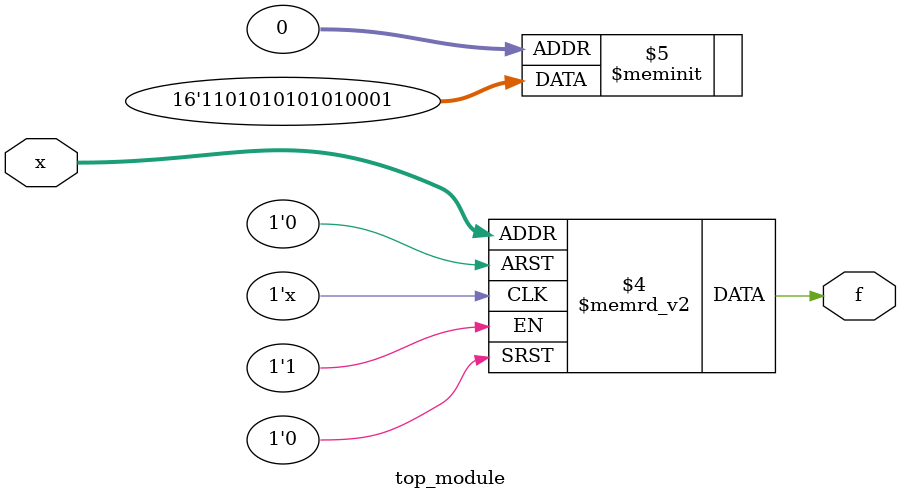
<source format=sv>
module top_module (
    input [4:1] x,
    output logic f
);

always_comb begin
    case (x)
        4'b0000, 4'b1010, 4'b1100, 4'b1110: f = 1'b1;
        4'b0001, 4'b0010, 4'b0011, 4'b0101, 4'b0111, 4'b1001, 4'b1011, 4'b1101: f = 1'b0;
        4'b0110, 4'b1111: f = 1'b1;
        4'b0100, 4'b1000: f = 1'b1;
        default: f = 1'bx;
    endcase
end

endmodule

</source>
